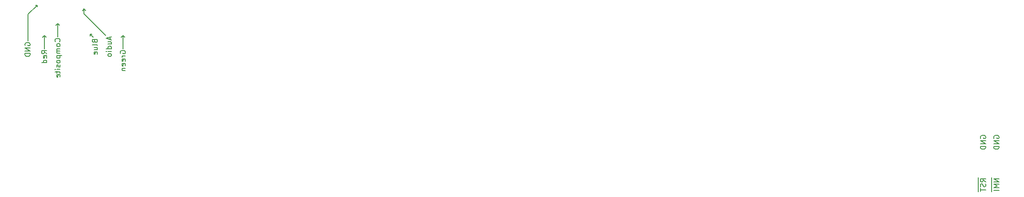
<source format=gbr>
G04 #@! TF.GenerationSoftware,KiCad,Pcbnew,5.1.9-1.fc33*
G04 #@! TF.CreationDate,2021-02-19T03:11:38+01:00*
G04 #@! TF.ProjectId,Omega-Mainboard,4f6d6567-612d-44d6-9169-6e626f617264,rev?*
G04 #@! TF.SameCoordinates,Original*
G04 #@! TF.FileFunction,Legend,Bot*
G04 #@! TF.FilePolarity,Positive*
%FSLAX46Y46*%
G04 Gerber Fmt 4.6, Leading zero omitted, Abs format (unit mm)*
G04 Created by KiCad (PCBNEW 5.1.9-1.fc33) date 2021-02-19 03:11:38*
%MOMM*%
%LPD*%
G01*
G04 APERTURE LIST*
%ADD10C,0.150000*%
%ADD11C,0.200000*%
G04 APERTURE END LIST*
D10*
X65468500Y-60388500D02*
X67246500Y-58674000D01*
X66929000Y-58674000D02*
X67246500Y-58674000D01*
X67246500Y-58674000D02*
X67246500Y-58991500D01*
D11*
X249210000Y-91570000D02*
X249210000Y-92617619D01*
X250642380Y-91808095D02*
X249642380Y-91808095D01*
X250642380Y-92379523D01*
X249642380Y-92379523D01*
X249210000Y-92617619D02*
X249210000Y-93760476D01*
X250642380Y-92855714D02*
X249642380Y-92855714D01*
X250356666Y-93189047D01*
X249642380Y-93522380D01*
X250642380Y-93522380D01*
X249210000Y-93760476D02*
X249210000Y-94236666D01*
X250642380Y-93998571D02*
X249642380Y-93998571D01*
X246670000Y-91570000D02*
X246670000Y-92570000D01*
X248102380Y-92379523D02*
X247626190Y-92046190D01*
X248102380Y-91808095D02*
X247102380Y-91808095D01*
X247102380Y-92189047D01*
X247150000Y-92284285D01*
X247197619Y-92331904D01*
X247292857Y-92379523D01*
X247435714Y-92379523D01*
X247530952Y-92331904D01*
X247578571Y-92284285D01*
X247626190Y-92189047D01*
X247626190Y-91808095D01*
X246670000Y-92570000D02*
X246670000Y-93522380D01*
X248054761Y-92760476D02*
X248102380Y-92903333D01*
X248102380Y-93141428D01*
X248054761Y-93236666D01*
X248007142Y-93284285D01*
X247911904Y-93331904D01*
X247816666Y-93331904D01*
X247721428Y-93284285D01*
X247673809Y-93236666D01*
X247626190Y-93141428D01*
X247578571Y-92950952D01*
X247530952Y-92855714D01*
X247483333Y-92808095D01*
X247388095Y-92760476D01*
X247292857Y-92760476D01*
X247197619Y-92808095D01*
X247150000Y-92855714D01*
X247102380Y-92950952D01*
X247102380Y-93189047D01*
X247150000Y-93331904D01*
X246670000Y-93522380D02*
X246670000Y-94284285D01*
X247102380Y-93617619D02*
X247102380Y-94189047D01*
X248102380Y-93903333D02*
X247102380Y-93903333D01*
X249690000Y-84076904D02*
X249642380Y-83981666D01*
X249642380Y-83838809D01*
X249690000Y-83695952D01*
X249785238Y-83600714D01*
X249880476Y-83553095D01*
X250070952Y-83505476D01*
X250213809Y-83505476D01*
X250404285Y-83553095D01*
X250499523Y-83600714D01*
X250594761Y-83695952D01*
X250642380Y-83838809D01*
X250642380Y-83934047D01*
X250594761Y-84076904D01*
X250547142Y-84124523D01*
X250213809Y-84124523D01*
X250213809Y-83934047D01*
X250642380Y-84553095D02*
X249642380Y-84553095D01*
X250642380Y-85124523D01*
X249642380Y-85124523D01*
X250642380Y-85600714D02*
X249642380Y-85600714D01*
X249642380Y-85838809D01*
X249690000Y-85981666D01*
X249785238Y-86076904D01*
X249880476Y-86124523D01*
X250070952Y-86172142D01*
X250213809Y-86172142D01*
X250404285Y-86124523D01*
X250499523Y-86076904D01*
X250594761Y-85981666D01*
X250642380Y-85838809D01*
X250642380Y-85600714D01*
X247150000Y-84076904D02*
X247102380Y-83981666D01*
X247102380Y-83838809D01*
X247150000Y-83695952D01*
X247245238Y-83600714D01*
X247340476Y-83553095D01*
X247530952Y-83505476D01*
X247673809Y-83505476D01*
X247864285Y-83553095D01*
X247959523Y-83600714D01*
X248054761Y-83695952D01*
X248102380Y-83838809D01*
X248102380Y-83934047D01*
X248054761Y-84076904D01*
X248007142Y-84124523D01*
X247673809Y-84124523D01*
X247673809Y-83934047D01*
X248102380Y-84553095D02*
X247102380Y-84553095D01*
X248102380Y-85124523D01*
X247102380Y-85124523D01*
X248102380Y-85600714D02*
X247102380Y-85600714D01*
X247102380Y-85838809D01*
X247150000Y-85981666D01*
X247245238Y-86076904D01*
X247340476Y-86124523D01*
X247530952Y-86172142D01*
X247673809Y-86172142D01*
X247864285Y-86124523D01*
X247959523Y-86076904D01*
X248054761Y-85981666D01*
X248102380Y-85838809D01*
X248102380Y-85600714D01*
D10*
X65468500Y-60388500D02*
X65468500Y-65468500D01*
X76200000Y-60325000D02*
X76200000Y-59372500D01*
X83947000Y-64770000D02*
X83629500Y-64452500D01*
X83312000Y-64770000D02*
X83629500Y-64452500D01*
X83629500Y-64452500D02*
X83312000Y-64770000D01*
X83629500Y-66992500D02*
X83629500Y-64452500D01*
X76200000Y-59372500D02*
X76517500Y-59690000D01*
X76200000Y-59372500D02*
X75882500Y-59690000D01*
X80327500Y-64452500D02*
X76200000Y-60325000D01*
X77343000Y-64198500D02*
X77660500Y-64198500D01*
X77343000Y-64516000D02*
X77343000Y-64198500D01*
X77978000Y-64833500D02*
X77343000Y-64198500D01*
X71183500Y-62166500D02*
X71501000Y-62484000D01*
X71183500Y-62166500D02*
X70866000Y-62484000D01*
X71183500Y-64706500D02*
X71183500Y-62166500D01*
X68643500Y-64452500D02*
X68961000Y-64770000D01*
X68326000Y-64770000D02*
X68643500Y-64452500D01*
X68643500Y-66992500D02*
X68643500Y-64452500D01*
D11*
X69095880Y-67932023D02*
X68619690Y-67598690D01*
X69095880Y-67360595D02*
X68095880Y-67360595D01*
X68095880Y-67741547D01*
X68143500Y-67836785D01*
X68191119Y-67884404D01*
X68286357Y-67932023D01*
X68429214Y-67932023D01*
X68524452Y-67884404D01*
X68572071Y-67836785D01*
X68619690Y-67741547D01*
X68619690Y-67360595D01*
X69048261Y-68741547D02*
X69095880Y-68646309D01*
X69095880Y-68455833D01*
X69048261Y-68360595D01*
X68953023Y-68312976D01*
X68572071Y-68312976D01*
X68476833Y-68360595D01*
X68429214Y-68455833D01*
X68429214Y-68646309D01*
X68476833Y-68741547D01*
X68572071Y-68789166D01*
X68667309Y-68789166D01*
X68762547Y-68312976D01*
X69095880Y-69646309D02*
X68095880Y-69646309D01*
X69048261Y-69646309D02*
X69095880Y-69551071D01*
X69095880Y-69360595D01*
X69048261Y-69265357D01*
X69000642Y-69217738D01*
X68905404Y-69170119D01*
X68619690Y-69170119D01*
X68524452Y-69217738D01*
X68476833Y-69265357D01*
X68429214Y-69360595D01*
X68429214Y-69551071D01*
X68476833Y-69646309D01*
X64968500Y-66360404D02*
X64920880Y-66265166D01*
X64920880Y-66122309D01*
X64968500Y-65979452D01*
X65063738Y-65884214D01*
X65158976Y-65836595D01*
X65349452Y-65788976D01*
X65492309Y-65788976D01*
X65682785Y-65836595D01*
X65778023Y-65884214D01*
X65873261Y-65979452D01*
X65920880Y-66122309D01*
X65920880Y-66217547D01*
X65873261Y-66360404D01*
X65825642Y-66408023D01*
X65492309Y-66408023D01*
X65492309Y-66217547D01*
X65920880Y-66836595D02*
X64920880Y-66836595D01*
X65920880Y-67408023D01*
X64920880Y-67408023D01*
X65920880Y-67884214D02*
X64920880Y-67884214D01*
X64920880Y-68122309D01*
X64968500Y-68265166D01*
X65063738Y-68360404D01*
X65158976Y-68408023D01*
X65349452Y-68455642D01*
X65492309Y-68455642D01*
X65682785Y-68408023D01*
X65778023Y-68360404D01*
X65873261Y-68265166D01*
X65920880Y-68122309D01*
X65920880Y-67884214D01*
X81129166Y-64772976D02*
X81129166Y-65249166D01*
X81414880Y-64677738D02*
X80414880Y-65011071D01*
X81414880Y-65344404D01*
X80748214Y-66106309D02*
X81414880Y-66106309D01*
X80748214Y-65677738D02*
X81272023Y-65677738D01*
X81367261Y-65725357D01*
X81414880Y-65820595D01*
X81414880Y-65963452D01*
X81367261Y-66058690D01*
X81319642Y-66106309D01*
X81414880Y-67011071D02*
X80414880Y-67011071D01*
X81367261Y-67011071D02*
X81414880Y-66915833D01*
X81414880Y-66725357D01*
X81367261Y-66630119D01*
X81319642Y-66582500D01*
X81224404Y-66534880D01*
X80938690Y-66534880D01*
X80843452Y-66582500D01*
X80795833Y-66630119D01*
X80748214Y-66725357D01*
X80748214Y-66915833D01*
X80795833Y-67011071D01*
X81414880Y-67487261D02*
X80748214Y-67487261D01*
X80414880Y-67487261D02*
X80462500Y-67439642D01*
X80510119Y-67487261D01*
X80462500Y-67534880D01*
X80414880Y-67487261D01*
X80510119Y-67487261D01*
X81414880Y-68106309D02*
X81367261Y-68011071D01*
X81319642Y-67963452D01*
X81224404Y-67915833D01*
X80938690Y-67915833D01*
X80843452Y-67963452D01*
X80795833Y-68011071D01*
X80748214Y-68106309D01*
X80748214Y-68249166D01*
X80795833Y-68344404D01*
X80843452Y-68392023D01*
X80938690Y-68439642D01*
X81224404Y-68439642D01*
X81319642Y-68392023D01*
X81367261Y-68344404D01*
X81414880Y-68249166D01*
X81414880Y-68106309D01*
X71540642Y-65646023D02*
X71588261Y-65598404D01*
X71635880Y-65455547D01*
X71635880Y-65360309D01*
X71588261Y-65217452D01*
X71493023Y-65122214D01*
X71397785Y-65074595D01*
X71207309Y-65026976D01*
X71064452Y-65026976D01*
X70873976Y-65074595D01*
X70778738Y-65122214D01*
X70683500Y-65217452D01*
X70635880Y-65360309D01*
X70635880Y-65455547D01*
X70683500Y-65598404D01*
X70731119Y-65646023D01*
X71635880Y-66217452D02*
X71588261Y-66122214D01*
X71540642Y-66074595D01*
X71445404Y-66026976D01*
X71159690Y-66026976D01*
X71064452Y-66074595D01*
X71016833Y-66122214D01*
X70969214Y-66217452D01*
X70969214Y-66360309D01*
X71016833Y-66455547D01*
X71064452Y-66503166D01*
X71159690Y-66550785D01*
X71445404Y-66550785D01*
X71540642Y-66503166D01*
X71588261Y-66455547D01*
X71635880Y-66360309D01*
X71635880Y-66217452D01*
X71635880Y-66979357D02*
X70969214Y-66979357D01*
X71064452Y-66979357D02*
X71016833Y-67026976D01*
X70969214Y-67122214D01*
X70969214Y-67265071D01*
X71016833Y-67360309D01*
X71112071Y-67407928D01*
X71635880Y-67407928D01*
X71112071Y-67407928D02*
X71016833Y-67455547D01*
X70969214Y-67550785D01*
X70969214Y-67693642D01*
X71016833Y-67788880D01*
X71112071Y-67836500D01*
X71635880Y-67836500D01*
X70969214Y-68312690D02*
X71969214Y-68312690D01*
X71016833Y-68312690D02*
X70969214Y-68407928D01*
X70969214Y-68598404D01*
X71016833Y-68693642D01*
X71064452Y-68741261D01*
X71159690Y-68788880D01*
X71445404Y-68788880D01*
X71540642Y-68741261D01*
X71588261Y-68693642D01*
X71635880Y-68598404D01*
X71635880Y-68407928D01*
X71588261Y-68312690D01*
X71635880Y-69360309D02*
X71588261Y-69265071D01*
X71540642Y-69217452D01*
X71445404Y-69169833D01*
X71159690Y-69169833D01*
X71064452Y-69217452D01*
X71016833Y-69265071D01*
X70969214Y-69360309D01*
X70969214Y-69503166D01*
X71016833Y-69598404D01*
X71064452Y-69646023D01*
X71159690Y-69693642D01*
X71445404Y-69693642D01*
X71540642Y-69646023D01*
X71588261Y-69598404D01*
X71635880Y-69503166D01*
X71635880Y-69360309D01*
X71588261Y-70074595D02*
X71635880Y-70169833D01*
X71635880Y-70360309D01*
X71588261Y-70455547D01*
X71493023Y-70503166D01*
X71445404Y-70503166D01*
X71350166Y-70455547D01*
X71302547Y-70360309D01*
X71302547Y-70217452D01*
X71254928Y-70122214D01*
X71159690Y-70074595D01*
X71112071Y-70074595D01*
X71016833Y-70122214D01*
X70969214Y-70217452D01*
X70969214Y-70360309D01*
X71016833Y-70455547D01*
X71635880Y-70931738D02*
X70969214Y-70931738D01*
X70635880Y-70931738D02*
X70683500Y-70884119D01*
X70731119Y-70931738D01*
X70683500Y-70979357D01*
X70635880Y-70931738D01*
X70731119Y-70931738D01*
X70969214Y-71265071D02*
X70969214Y-71646023D01*
X70635880Y-71407928D02*
X71493023Y-71407928D01*
X71588261Y-71455547D01*
X71635880Y-71550785D01*
X71635880Y-71646023D01*
X71588261Y-72360309D02*
X71635880Y-72265071D01*
X71635880Y-72074595D01*
X71588261Y-71979357D01*
X71493023Y-71931738D01*
X71112071Y-71931738D01*
X71016833Y-71979357D01*
X70969214Y-72074595D01*
X70969214Y-72265071D01*
X71016833Y-72360309D01*
X71112071Y-72407928D01*
X71207309Y-72407928D01*
X71302547Y-71931738D01*
X78224071Y-65534928D02*
X78271690Y-65677785D01*
X78319309Y-65725404D01*
X78414547Y-65773023D01*
X78557404Y-65773023D01*
X78652642Y-65725404D01*
X78700261Y-65677785D01*
X78747880Y-65582547D01*
X78747880Y-65201595D01*
X77747880Y-65201595D01*
X77747880Y-65534928D01*
X77795500Y-65630166D01*
X77843119Y-65677785D01*
X77938357Y-65725404D01*
X78033595Y-65725404D01*
X78128833Y-65677785D01*
X78176452Y-65630166D01*
X78224071Y-65534928D01*
X78224071Y-65201595D01*
X78747880Y-66344452D02*
X78700261Y-66249214D01*
X78605023Y-66201595D01*
X77747880Y-66201595D01*
X78081214Y-67153976D02*
X78747880Y-67153976D01*
X78081214Y-66725404D02*
X78605023Y-66725404D01*
X78700261Y-66773023D01*
X78747880Y-66868261D01*
X78747880Y-67011119D01*
X78700261Y-67106357D01*
X78652642Y-67153976D01*
X78700261Y-68011119D02*
X78747880Y-67915880D01*
X78747880Y-67725404D01*
X78700261Y-67630166D01*
X78605023Y-67582547D01*
X78224071Y-67582547D01*
X78128833Y-67630166D01*
X78081214Y-67725404D01*
X78081214Y-67915880D01*
X78128833Y-68011119D01*
X78224071Y-68058738D01*
X78319309Y-68058738D01*
X78414547Y-67582547D01*
X83129500Y-67884404D02*
X83081880Y-67789166D01*
X83081880Y-67646309D01*
X83129500Y-67503452D01*
X83224738Y-67408214D01*
X83319976Y-67360595D01*
X83510452Y-67312976D01*
X83653309Y-67312976D01*
X83843785Y-67360595D01*
X83939023Y-67408214D01*
X84034261Y-67503452D01*
X84081880Y-67646309D01*
X84081880Y-67741547D01*
X84034261Y-67884404D01*
X83986642Y-67932023D01*
X83653309Y-67932023D01*
X83653309Y-67741547D01*
X84081880Y-68360595D02*
X83415214Y-68360595D01*
X83605690Y-68360595D02*
X83510452Y-68408214D01*
X83462833Y-68455833D01*
X83415214Y-68551071D01*
X83415214Y-68646309D01*
X84034261Y-69360595D02*
X84081880Y-69265357D01*
X84081880Y-69074880D01*
X84034261Y-68979642D01*
X83939023Y-68932023D01*
X83558071Y-68932023D01*
X83462833Y-68979642D01*
X83415214Y-69074880D01*
X83415214Y-69265357D01*
X83462833Y-69360595D01*
X83558071Y-69408214D01*
X83653309Y-69408214D01*
X83748547Y-68932023D01*
X84034261Y-70217738D02*
X84081880Y-70122500D01*
X84081880Y-69932023D01*
X84034261Y-69836785D01*
X83939023Y-69789166D01*
X83558071Y-69789166D01*
X83462833Y-69836785D01*
X83415214Y-69932023D01*
X83415214Y-70122500D01*
X83462833Y-70217738D01*
X83558071Y-70265357D01*
X83653309Y-70265357D01*
X83748547Y-69789166D01*
X83415214Y-70693928D02*
X84081880Y-70693928D01*
X83510452Y-70693928D02*
X83462833Y-70741547D01*
X83415214Y-70836785D01*
X83415214Y-70979642D01*
X83462833Y-71074880D01*
X83558071Y-71122500D01*
X84081880Y-71122500D01*
M02*

</source>
